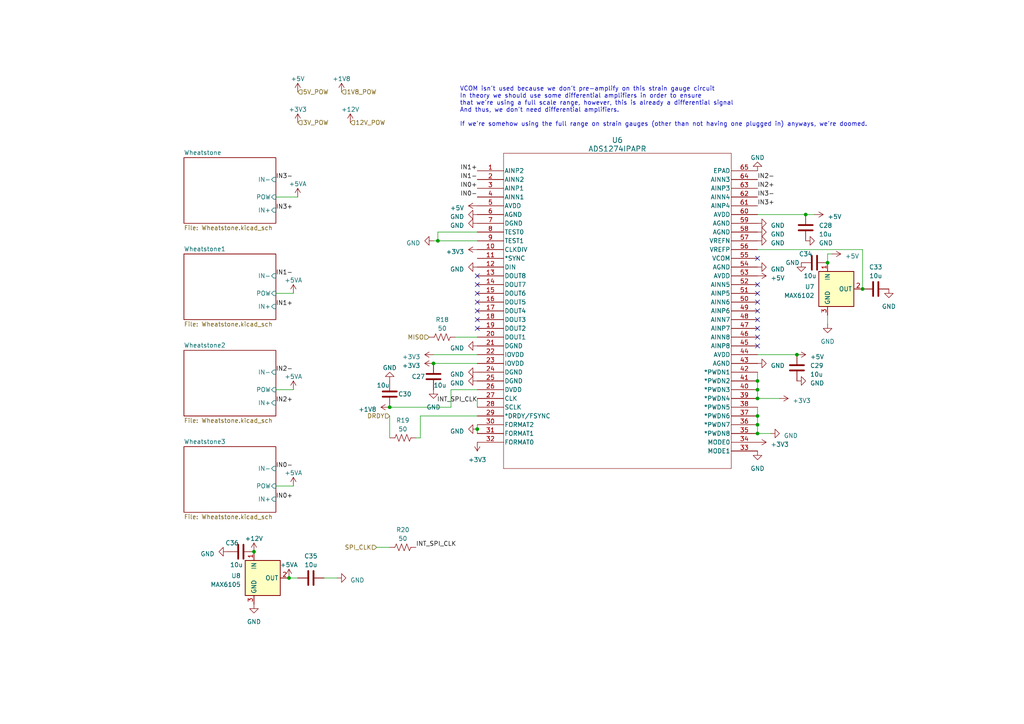
<source format=kicad_sch>
(kicad_sch (version 20230121) (generator eeschema)
  (paper "A4")
  (lib_symbols
    (symbol "ADC:ADS1274IPAPR" (pin_names (offset 0.254))
      (property "Reference" "U" (at 40.64 10.16 0))
      (property "Value" "ADS1274IPAPR" (at 40.64 7.62 0))
      (symbol "ADS1274IPAPR_0_1"
        (polyline (pts (xy 7.62 -86.36) (xy 73.66 -86.36)) (stroke (width 0.127)))
        (polyline (pts (xy 7.62 5.08) (xy 7.62 -86.36)) (stroke (width 0.127)))
        (polyline (pts (xy 73.66 -86.36) (xy 73.66 5.08)) (stroke (width 0.127)))
        (polyline (pts (xy 73.66 5.08) (xy 7.62 5.08)) (stroke (width 0.127)))
        (pin input line (at 0 0 0) (length 7.62) (name "AINP2") (number "1"))
        (pin input line (at 0 -22.86 0) (length 7.62) (name "CLKDIV") (number "10"))
        (pin input line (at 0 -25.4 0) (length 7.62) (name "*SYNC") (number "11"))
        (pin input line (at 0 -27.94 0) (length 7.62) (name "DIN") (number "12"))
        (pin output line (at 0 -30.48 0) (length 7.62) (name "DOUT8") (number "13"))
        (pin output line (at 0 -33.02 0) (length 7.62) (name "DOUT7") (number "14"))
        (pin output line (at 0 -35.56 0) (length 7.62) (name "DOUT6") (number "15"))
        (pin output line (at 0 -38.1 0) (length 7.62) (name "DOUT5") (number "16"))
        (pin output line (at 0 -40.64 0) (length 7.62) (name "DOUT4") (number "17"))
        (pin output line (at 0 -43.18 0) (length 7.62) (name "DOUT3") (number "18"))
        (pin output line (at 0 -45.72 0) (length 7.62) (name "DOUT2") (number "19"))
        (pin input line (at 0 -2.54 0) (length 7.62) (name "AINN2") (number "2"))
        (pin output line (at 0 -48.26 0) (length 7.62) (name "DOUT1") (number "20"))
        (pin power_in line (at 0 -50.8 0) (length 7.62) (name "DGND") (number "21"))
        (pin power_in line (at 0 -53.34 0) (length 7.62) (name "IOVDD") (number "22"))
        (pin power_in line (at 0 -55.88 0) (length 7.62) (name "IOVDD") (number "23"))
        (pin power_in line (at 0 -58.42 0) (length 7.62) (name "DGND") (number "24"))
        (pin power_in line (at 0 -60.96 0) (length 7.62) (name "DGND") (number "25"))
        (pin power_in line (at 0 -63.5 0) (length 7.62) (name "DVDD") (number "26"))
        (pin bidirectional line (at 0 -68.58 0) (length 7.62) (name "SCLK") (number "28"))
        (pin bidirectional line (at 0 -71.12 0) (length 7.62) (name "*DRDY/FSYNC") (number "29"))
        (pin input line (at 0 -5.08 0) (length 7.62) (name "AINP1") (number "3"))
        (pin input line (at 0 -73.66 0) (length 7.62) (name "FORMAT2") (number "30"))
        (pin input line (at 0 -76.2 0) (length 7.62) (name "FORMAT1") (number "31"))
        (pin input line (at 0 -78.74 0) (length 7.62) (name "FORMAT0") (number "32"))
        (pin input line (at 81.28 -81.28 180) (length 7.62) (name "MODE1") (number "33"))
        (pin input line (at 81.28 -78.74 180) (length 7.62) (name "MODE0") (number "34"))
        (pin input line (at 81.28 -76.2 180) (length 7.62) (name "*PWDN8") (number "35"))
        (pin input line (at 81.28 -73.66 180) (length 7.62) (name "*PWDN7") (number "36"))
        (pin input line (at 81.28 -71.12 180) (length 7.62) (name "*PWDN6") (number "37"))
        (pin input line (at 81.28 -68.58 180) (length 7.62) (name "*PWDN5") (number "38"))
        (pin input line (at 81.28 -66.04 180) (length 7.62) (name "*PWDN4") (number "39"))
        (pin input line (at 0 -7.62 0) (length 7.62) (name "AINN1") (number "4"))
        (pin input line (at 81.28 -63.5 180) (length 7.62) (name "*PWDN3") (number "40"))
        (pin input line (at 81.28 -60.96 180) (length 7.62) (name "*PWDN2") (number "41"))
        (pin input line (at 81.28 -58.42 180) (length 7.62) (name "*PWDN1") (number "42"))
        (pin power_in line (at 81.28 -55.88 180) (length 7.62) (name "AGND") (number "43"))
        (pin power_in line (at 81.28 -53.34 180) (length 7.62) (name "AVDD") (number "44"))
        (pin input line (at 81.28 -50.8 180) (length 7.62) (name "AINP8") (number "45"))
        (pin input line (at 81.28 -48.26 180) (length 7.62) (name "AINN8") (number "46"))
        (pin input line (at 81.28 -45.72 180) (length 7.62) (name "AINP7") (number "47"))
        (pin input line (at 81.28 -43.18 180) (length 7.62) (name "AINN7") (number "48"))
        (pin input line (at 81.28 -40.64 180) (length 7.62) (name "AINP6") (number "49"))
        (pin power_in line (at 0 -10.16 0) (length 7.62) (name "AVDD") (number "5"))
        (pin input line (at 81.28 -38.1 180) (length 7.62) (name "AINN6") (number "50"))
        (pin input line (at 81.28 -35.56 180) (length 7.62) (name "AINP5") (number "51"))
        (pin input line (at 81.28 -33.02 180) (length 7.62) (name "AINN5") (number "52"))
        (pin power_in line (at 81.28 -30.48 180) (length 7.62) (name "AVDD") (number "53"))
        (pin power_in line (at 81.28 -27.94 180) (length 7.62) (name "AGND") (number "54"))
        (pin output line (at 81.28 -25.4 180) (length 7.62) (name "VCOM") (number "55"))
        (pin input line (at 81.28 -22.86 180) (length 7.62) (name "VREFP") (number "56"))
        (pin input line (at 81.28 -20.32 180) (length 7.62) (name "VREFN") (number "57"))
        (pin power_in line (at 81.28 -17.78 180) (length 7.62) (name "AGND") (number "58"))
        (pin power_in line (at 81.28 -15.24 180) (length 7.62) (name "AGND") (number "59"))
        (pin power_in line (at 0 -12.7 0) (length 7.62) (name "AGND") (number "6"))
        (pin power_in line (at 81.28 -12.7 180) (length 7.62) (name "AVDD") (number "60"))
        (pin input line (at 81.28 -10.16 180) (length 7.62) (name "AINP4") (number "61"))
        (pin input line (at 81.28 -7.62 180) (length 7.62) (name "AINN4") (number "62"))
        (pin input line (at 81.28 -5.08 180) (length 7.62) (name "AINP3") (number "63"))
        (pin input line (at 81.28 -2.54 180) (length 7.62) (name "AINN3") (number "64"))
        (pin unspecified line (at 81.28 0 180) (length 7.62) (name "EPAD") (number "65"))
        (pin power_in line (at 0 -15.24 0) (length 7.62) (name "DGND") (number "7"))
        (pin input line (at 0 -17.78 0) (length 7.62) (name "TEST0") (number "8"))
        (pin input line (at 0 -20.32 0) (length 7.62) (name "TEST1") (number "9"))
      )
      (symbol "ADS1274IPAPR_1_1"
        (pin input line (at 0 -66.04 0) (length 7.62) (name "CLK") (number "27"))
      )
    )
    (symbol "Device:C" (pin_numbers hide) (pin_names (offset 0.254))
      (property "Reference" "C" (at 0.635 2.54 0))
      (property "Value" "C" (at 0.635 -2.54 0))
      (symbol "C_0_1"
        (polyline (pts (xy -2.032 -0.762) (xy 2.032 -0.762)) (stroke (width 0.508)))
        (polyline (pts (xy -2.032 0.762) (xy 2.032 0.762)) (stroke (width 0.508)))
      )
      (symbol "C_1_1"
        (pin passive line (at 0 3.81 270) (length 2.794) (name "~") (number "1"))
        (pin passive line (at 0 -3.81 90) (length 2.794) (name "~") (number "2"))
      )
    )
    (symbol "Device:R_US" (pin_numbers hide) (pin_names (offset 0))
      (property "Reference" "R" (at 2.54 0 90))
      (property "Value" "R_US" (at -2.54 0 90))
      (symbol "R_US_0_1"
        (polyline (pts (xy 0 -2.286) (xy 0 -2.54)))
        (polyline (pts (xy 0 2.286) (xy 0 2.54)))
        (polyline (pts (xy 0 -0.762) (xy 1.016 -1.143) (xy 0 -1.524) (xy -1.016 -1.905) (xy 0 -2.286)))
        (polyline (pts (xy 0 0.762) (xy 1.016 0.381) (xy 0 0) (xy -1.016 -0.381) (xy 0 -0.762)))
        (polyline (pts (xy 0 2.286) (xy 1.016 1.905) (xy 0 1.524) (xy -1.016 1.143) (xy 0 0.762)))
      )
      (symbol "R_US_1_1"
        (pin passive line (at 0 3.81 270) (length 1.27) (name "~") (number "1"))
        (pin passive line (at 0 -3.81 90) (length 1.27) (name "~") (number "2"))
      )
    )
    (symbol "Reference_Voltage:MAX6102"
      (property "Reference" "U" (at 0 6.35 0))
      (property "Value" "MAX6102" (at 2.54 -6.35 0))
      (symbol "MAX6102_0_1"
        (rectangle (start -5.08 5.08) (end 5.08 -5.08) (stroke (width 0.254)) (fill (type background)))
      )
      (symbol "MAX6102_1_1"
        (pin power_in line (at -2.54 7.62 270) (length 2.54) (name "IN") (number "1"))
        (pin power_out line (at 7.62 0 180) (length 2.54) (name "OUT") (number "2"))
        (pin power_in line (at -2.54 -7.62 90) (length 2.54) (name "GND") (number "3"))
      )
    )
    (symbol "Reference_Voltage:MAX6105"
      (property "Reference" "U" (at 0 6.35 0))
      (property "Value" "MAX6105" (at 2.54 -6.35 0))
      (symbol "MAX6105_0_1"
        (rectangle (start -5.08 5.08) (end 5.08 -5.08) (stroke (width 0.254)) (fill (type background)))
      )
      (symbol "MAX6105_1_1"
        (pin power_in line (at -2.54 7.62 270) (length 2.54) (name "IN") (number "1"))
        (pin power_out line (at 7.62 0 180) (length 2.54) (name "OUT") (number "2"))
        (pin power_in line (at -2.54 -7.62 90) (length 2.54) (name "GND") (number "3"))
      )
    )
    (symbol "power:+12V" (power) (pin_names (offset 0))
      (property "Value" "+12V" (at 0 3.556 0))
      (symbol "+12V_0_1"
        (polyline (pts (xy -0.762 1.27) (xy 0 2.54)))
        (polyline (pts (xy 0 0) (xy 0 2.54)))
        (polyline (pts (xy 0 2.54) (xy 0.762 1.27)))
      )
      (symbol "+12V_1_1"
        (pin power_in line (at 0 0 90) (length 0) hide (name "+12V") (number "1"))
      )
    )
    (symbol "power:+1V8" (power) (pin_names (offset 0))
      (property "Value" "+1V8" (at 0 3.556 0))
      (symbol "+1V8_0_1"
        (polyline (pts (xy -0.762 1.27) (xy 0 2.54)))
        (polyline (pts (xy 0 0) (xy 0 2.54)))
        (polyline (pts (xy 0 2.54) (xy 0.762 1.27)))
      )
      (symbol "+1V8_1_1"
        (pin power_in line (at 0 0 90) (length 0) hide (name "+1V8") (number "1"))
      )
    )
    (symbol "power:+3V3" (power) (pin_names (offset 0))
      (property "Value" "+3V3" (at 0 3.556 0))
      (symbol "+3V3_0_1"
        (polyline (pts (xy -0.762 1.27) (xy 0 2.54)))
        (polyline (pts (xy 0 0) (xy 0 2.54)))
        (polyline (pts (xy 0 2.54) (xy 0.762 1.27)))
      )
      (symbol "+3V3_1_1"
        (pin power_in line (at 0 0 90) (length 0) hide (name "+3V3") (number "1"))
      )
    )
    (symbol "power:+5V" (power) (pin_names (offset 0))
      (property "Value" "+5V" (at 0 3.556 0))
      (symbol "+5V_0_1"
        (polyline (pts (xy -0.762 1.27) (xy 0 2.54)))
        (polyline (pts (xy 0 0) (xy 0 2.54)))
        (polyline (pts (xy 0 2.54) (xy 0.762 1.27)))
      )
      (symbol "+5V_1_1"
        (pin power_in line (at 0 0 90) (length 0) hide (name "+5V") (number "1"))
      )
    )
    (symbol "power:+5VA" (power) (pin_names (offset 0))
      (property "Value" "+5VA" (at 0 3.556 0))
      (symbol "+5VA_0_1"
        (polyline (pts (xy -0.762 1.27) (xy 0 2.54)))
        (polyline (pts (xy 0 0) (xy 0 2.54)))
        (polyline (pts (xy 0 2.54) (xy 0.762 1.27)))
      )
      (symbol "+5VA_1_1"
        (pin power_in line (at 0 0 90) (length 0) hide (name "+5VA") (number "1"))
      )
    )
    (symbol "power:GND" (power) (pin_names (offset 0))
      (property "Value" "GND" (at 0 -3.81 0))
      (symbol "GND_0_1"
        (polyline (pts (xy 0 0) (xy 0 -1.27) (xy 1.27 -1.27) (xy 0 -2.54) (xy -1.27 -1.27) (xy 0 -1.27)))
      )
      (symbol "GND_1_1"
        (pin power_in line (at 0 0 270) (length 0) hide (name "GND") (number "1"))
      )
    )
  )
  (junction (at 138.43 124.46))
  (junction (at 219.71 110.49))
  (junction (at 113.03 118.11))
  (junction (at 250.19 83.82))
  (junction (at 219.71 123.19))
  (junction (at 125.73 105.41))
  (junction (at 219.71 113.03))
  (junction (at 127 69.85))
  (junction (at 233.68 62.23))
  (junction (at 73.66 160.02))
  (junction (at 231.14 102.87))
  (junction (at 240.03 76.2))
  (junction (at 219.71 115.57))
  (junction (at 219.71 120.65))
  (junction (at 83.82 167.64))
  (junction (at 219.71 125.73))
  (no_connect (at 219.71 87.63))
  (no_connect (at 219.71 97.79))
  (no_connect (at 138.43 95.25))
  (no_connect (at 138.43 85.09))
  (no_connect (at 219.71 95.25))
  (no_connect (at 138.43 92.71))
  (no_connect (at 219.71 92.71))
  (no_connect (at 138.43 90.17))
  (no_connect (at 219.71 100.33))
  (no_connect (at 219.71 90.17))
  (no_connect (at 219.71 85.09))
  (no_connect (at 138.43 82.55))
  (no_connect (at 138.43 87.63))
  (no_connect (at 219.71 74.93))
  (no_connect (at 219.71 82.55))
  (no_connect (at 138.43 80.01))
  (wire (pts (xy 219.71 102.87) (xy 231.14 102.87)))
  (wire (pts (xy 80.01 57.15) (xy 86.36 57.15)))
  (wire (pts (xy 240.03 73.66) (xy 240.03 76.2)))
  (wire (pts (xy 240.03 91.44) (xy 240.03 93.98)))
  (wire (pts (xy 219.71 120.65) (xy 219.71 118.11)))
  (wire (pts (xy 226.06 115.57) (xy 219.71 115.57)))
  (wire (pts (xy 219.71 113.03) (xy 219.71 115.57)))
  (wire (pts (xy 219.71 120.65) (xy 219.71 123.19)))
  (wire (pts (xy 127 67.31) (xy 138.43 67.31)))
  (wire (pts (xy 250.19 83.82) (xy 250.19 72.39)))
  (wire (pts (xy 219.71 110.49) (xy 219.71 113.03)))
  (wire (pts (xy 120.65 127) (xy 121.92 127)))
  (wire (pts (xy 233.68 62.23) (xy 236.22 62.23)))
  (wire (pts (xy 125.73 105.41) (xy 138.43 105.41)))
  (wire (pts (xy 219.71 107.95) (xy 219.71 110.49)))
  (wire (pts (xy 113.03 127) (xy 113.03 120.65)))
  (wire (pts (xy 219.71 123.19) (xy 219.71 125.73)))
  (wire (pts (xy 138.43 123.19) (xy 138.43 124.46)))
  (wire (pts (xy 93.98 167.64) (xy 97.79 167.64)))
  (wire (pts (xy 125.73 102.87) (xy 138.43 102.87)))
  (wire (pts (xy 132.08 97.79) (xy 138.43 97.79)))
  (wire (pts (xy 121.92 120.65) (xy 138.43 120.65)))
  (wire (pts (xy 219.71 72.39) (xy 250.19 72.39)))
  (wire (pts (xy 109.22 158.75) (xy 113.03 158.75)))
  (wire (pts (xy 127 69.85) (xy 138.43 69.85)))
  (wire (pts (xy 130.81 113.03) (xy 138.43 113.03)))
  (wire (pts (xy 121.92 127) (xy 121.92 120.65)))
  (wire (pts (xy 241.3 73.66) (xy 240.03 73.66)))
  (wire (pts (xy 80.01 85.09) (xy 85.09 85.09)))
  (wire (pts (xy 130.81 113.03) (xy 130.81 118.11)))
  (wire (pts (xy 125.73 69.85) (xy 127 69.85)))
  (wire (pts (xy 80.01 140.97) (xy 85.09 140.97)))
  (wire (pts (xy 80.01 113.03) (xy 85.09 113.03)))
  (wire (pts (xy 138.43 115.57) (xy 138.43 118.11)))
  (wire (pts (xy 219.71 62.23) (xy 233.68 62.23)))
  (wire (pts (xy 138.43 124.46) (xy 138.43 125.73)))
  (wire (pts (xy 86.36 167.64) (xy 83.82 167.64)))
  (wire (pts (xy 113.03 118.11) (xy 130.81 118.11)))
  (wire (pts (xy 127 69.85) (xy 127 67.31)))
  (wire (pts (xy 223.52 125.73) (xy 219.71 125.73)))
  (text "VCOM isn't used because we don't pre-amplify on this strain gauge circuit\nIn theory we should use some differential amplifiers in order to ensure\nthat we're using a full scale range, however, this is already a differential signal\nAnd thus, we don't need differential amplifiers.\n\nIf we're somehow using the full range on strain gauges (other than not having one plugged in) anyways, we're doomed." (at 133.35 36.83 0) (effects (font (size 1.27 1.27)) (justify left bottom)))
  (label "IN0-" (at 138.43 57.15 180))
  (label "IN1+" (at 80.01 88.9 0))
  (label "IN3-" (at 219.71 57.15 0))
  (label "IN0-" (at 80.01 135.89 0))
  (label "IN3+" (at 80.01 60.96 0))
  (label "IN2+" (at 219.71 54.61 0))
  (label "IN3-" (at 80.01 52.07 0))
  (label "IN1-" (at 138.43 52.07 180))
  (label "IN1+" (at 138.43 49.53 180))
  (label "IN0+" (at 138.43 54.61 180))
  (label "IN2-" (at 219.71 52.07 0))
  (label "INT_SPI_CLK" (at 120.65 158.75 0))
  (label "IN0+" (at 80.01 144.78 0))
  (label "IN2+" (at 80.01 116.84 0))
  (label "IN3+" (at 219.71 59.69 0))
  (label "INT_SPI_CLK" (at 138.43 116.84 180))
  (label "IN2-" (at 80.01 107.95 0))
  (label "IN1-" (at 80.01 80.01 0))
  (hierarchical_label "1V8_POW" (shape input) (at 99.06 26.67 0))
  (hierarchical_label "12V_POW" (shape input) (at 101.6 35.56 0))
  (hierarchical_label "SPI_CLK" (shape input) (at 109.22 158.75 180))
  (hierarchical_label "MISO" (shape input) (at 124.46 97.79 180))
  (hierarchical_label "DRDY" (shape input) (at 113.03 120.65 180))
  (hierarchical_label "5V_POW" (shape input) (at 86.36 26.67 0))
  (hierarchical_label "3V_POW" (shape input) (at 86.36 35.56 0))
  (symbol (lib_id "Device:C") (at 69.85 160.02 90) (unit 1)
    (property "Reference" "C36" (at 67.31 157.48 90))
    (property "Value" "10u" (at 68.58 163.83 90))
    (property "Footprint" "Capacitor_SMD:C_0402_1005Metric" (effects hide))
    (property "Purchase Link" "https://www.digikey.com/en/products/detail/murata-electronics/GRT188C81A106ME13D/5416705" (effects hide))
  )
  (symbol (lib_id "Reference_Voltage:MAX6102") (at 242.57 83.82 0) (unit 1)
    (property "Reference" "U7" (at 236.22 83.185 0) (effects (justify right)))
    (property "Value" "MAX6102" (at 236.22 85.725 0) (effects (justify right)))
    (property "Footprint" "Package_TO_SOT_SMD:SOT-23" (effects hide))
    (property "Datasheet" "http://datasheets.maximintegrated.com/en/ds/MAX6100-MAX6107.pdf" (effects hide))
    (property "Purchase Link" "https://www.digikey.com/en/products/detail/rochester-electronics-llc/MAX6102EUR/12132389" (effects hide))
  )
  (symbol (lib_id "Device:R_US") (at 116.84 127 90) (unit 1)
    (property "Reference" "R19" (at 116.84 121.92 90))
    (property "Value" "50" (at 116.84 124.46 90))
    (property "Footprint" "Resistor_SMD:R_0402_1005Metric" (effects hide))
    (property "Purchase Link" "https://www.digikey.com/en/products/detail/yageo/AC0402JR-0750RL/5895686" (effects hide))
  )
  (symbol (lib_id "power:+12V") (at 101.6 35.56 0) (unit 1)
    (property "Reference" "#PWR0102" (effects hide))
    (property "Value" "+12V" (at 101.6 31.75 0))
  )
  (symbol (lib_id "power:GND") (at 219.71 69.85 90) (unit 1)
    (property "Reference" "#PWR072" (effects hide))
    (property "Value" "GND" (at 223.52 70.485 90) (effects (justify right)))
  )
  (symbol (lib_id "power:GND") (at 138.43 100.33 270) (unit 1)
    (property "Reference" "#PWR058" (effects hide))
    (property "Value" "GND" (at 134.62 100.965 90) (effects (justify right)))
  )
  (symbol (lib_id "Device:C") (at 236.22 76.2 90) (unit 1)
    (property "Reference" "C34" (at 233.68 73.66 90))
    (property "Value" "10u" (at 234.95 80.01 90))
    (property "Footprint" "Capacitor_SMD:C_0402_1005Metric" (effects hide))
    (property "Purchase Link" "https://www.digikey.com/en/products/detail/murata-electronics/GRT188C81A106ME13D/5416705" (effects hide))
  )
  (symbol (lib_id "power:+3V3") (at 125.73 102.87 90) (unit 1)
    (property "Reference" "#PWR063" (effects hide))
    (property "Value" "+3V3" (at 121.92 103.505 90) (effects (justify left)))
  )
  (symbol (lib_id "power:GND") (at 219.71 67.31 90) (unit 1)
    (property "Reference" "#PWR055" (effects hide))
    (property "Value" "GND" (at 223.52 67.945 90) (effects (justify right)))
  )
  (symbol (lib_id "power:GND") (at 138.43 62.23 270) (unit 1)
    (property "Reference" "#PWR076" (effects hide))
    (property "Value" "GND" (at 134.62 62.865 90) (effects (justify right)))
  )
  (symbol (lib_id "power:GND") (at 233.68 69.85 90) (unit 1)
    (property "Reference" "#PWR069" (effects hide))
    (property "Value" "GND" (at 237.49 70.485 90) (effects (justify right)))
  )
  (symbol (lib_id "power:+3V3") (at 226.06 115.57 270) (unit 1)
    (property "Reference" "#PWR082" (effects hide))
    (property "Value" "+3V3" (at 229.87 116.205 90) (effects (justify left)))
  )
  (symbol (lib_id "power:GND") (at 138.43 64.77 270) (unit 1)
    (property "Reference" "#PWR059" (effects hide))
    (property "Value" "GND" (at 134.62 65.405 90) (effects (justify right)))
  )
  (symbol (lib_id "power:GND") (at 66.04 160.02 270) (unit 1)
    (property "Reference" "#PWR0101" (effects hide))
    (property "Value" "GND" (at 62.23 160.655 90) (effects (justify right)))
  )
  (symbol (lib_id "Device:C") (at 254 83.82 90) (unit 1)
    (property "Reference" "C33" (at 254 77.47 90))
    (property "Value" "10u" (at 254 80.01 90))
    (property "Footprint" "Capacitor_SMD:C_0402_1005Metric" (effects hide))
    (property "Purchase Link" "https://www.digikey.com/en/products/detail/murata-electronics/GRT188C81A106ME13D/5416705" (effects hide))
  )
  (symbol (lib_id "power:+3V3") (at 138.43 72.39 90) (unit 1)
    (property "Reference" "#PWR097" (effects hide))
    (property "Value" "+3V3" (at 134.62 73.025 90) (effects (justify left)))
  )
  (symbol (lib_id "power:+5V") (at 236.22 62.23 270) (unit 1)
    (property "Reference" "#PWR0122" (effects hide))
    (property "Value" "+5V" (at 240.03 62.865 90) (effects (justify left)))
    (instances (project "Strain_Gauge" (path "" (reference "#PWR0122") (unit 1))) (project "Strain_Gauge_V2" (path "" (reference "#PWR049") (unit 1)) (path "" (reference "#PWR026") (unit 1)) (path "" (reference "#PWR068") (unit 1))))
  )
  (symbol (lib_id "power:GND") (at 125.73 113.03 0) (unit 1)
    (property "Reference" "#PWR081" (effects hide))
    (property "Value" "GND" (at 125.73 118.11 0))
  )
  (symbol (lib_id "Device:C") (at 233.68 66.04 0) (unit 1)
    (property "Reference" "C28" (at 237.49 65.405 0) (effects (justify left)))
    (property "Value" "10u" (at 237.49 67.945 0) (effects (justify left)))
    (property "Footprint" "Capacitor_SMD:C_0402_1005Metric" (effects hide))
    (property "Purchase Link" "https://www.digikey.com/en/products/detail/murata-electronics/GRT188C81A106ME13D/5416705" (effects hide))
  )
  (symbol (lib_id "Device:C") (at 125.73 109.22 0) (unit 1)
    (property "Reference" "C27" (at 119.38 109.22 0) (effects (justify left)))
    (property "Value" "10u" (at 125.73 111.76 0) (effects (justify left)))
    (property "Footprint" "Capacitor_SMD:C_0402_1005Metric" (effects hide))
    (property "Purchase Link" "https://www.digikey.com/en/products/detail/murata-electronics/GRT188C81A106ME13D/5416705" (effects hide))
  )
  (symbol (lib_id "power:GND") (at 125.73 69.85 270) (unit 1)
    (property "Reference" "#PWR090" (effects hide))
    (property "Value" "GND" (at 121.92 70.485 90) (effects (justify right)))
  )
  (symbol (lib_id "power:GND") (at 138.43 124.46 270) (unit 1)
    (property "Reference" "#PWR093" (effects hide))
    (property "Value" "GND" (at 134.62 125.095 90) (effects (justify right)))
  )
  (symbol (lib_id "power:+3V3") (at 125.73 105.41 90) (unit 1)
    (property "Reference" "#PWR064" (effects hide))
    (property "Value" "+3V3" (at 121.92 106.045 90) (effects (justify left)))
  )
  (symbol (lib_id "power:+5V") (at 86.36 26.67 0) (unit 1)
    (property "Reference" "#PWR0122" (effects hide))
    (property "Value" "+5V" (at 86.36 22.86 0))
    (instances (project "Strain_Gauge" (path "" (reference "#PWR0122") (unit 1))) (project "Strain_Gauge_V2" (path "" (reference "#PWR049") (unit 1)) (path "" (reference "#PWR026") (unit 1)) (path "" (reference "#PWR049") (unit 1))))
  )
  (symbol (lib_id "power:GND") (at 73.66 175.26 0) (unit 1)
    (property "Reference" "#PWR098" (effects hide))
    (property "Value" "GND" (at 73.66 180.34 0))
  )
  (symbol (lib_id "power:+5VA") (at 85.09 113.03 0) (unit 1)
    (property "Reference" "#PWR044" (effects hide))
    (property "Value" "+5VA" (at 85.09 109.22 0))
  )
  (symbol (lib_id "power:+12V") (at 73.66 160.02 0) (unit 1)
    (property "Reference" "#PWR0100" (effects hide))
    (property "Value" "+12V" (at 73.66 156.21 0))
  )
  (symbol (lib_id "power:+5VA") (at 85.09 85.09 0) (unit 1)
    (property "Reference" "#PWR046" (effects hide))
    (property "Value" "+5VA" (at 85.09 81.28 0))
  )
  (symbol (lib_id "power:+3V3") (at 86.36 35.56 0) (unit 1)
    (property "Reference" "#PWR062" (effects hide))
    (property "Value" "+3V3" (at 86.36 31.75 0))
  )
  (symbol (lib_id "power:GND") (at 257.81 83.82 0) (unit 1)
    (property "Reference" "#PWR092" (effects hide))
    (property "Value" "GND" (at 257.81 88.9 0))
  )
  (symbol (lib_id "power:GND") (at 219.71 49.53 180) (unit 1)
    (property "Reference" "#PWR052" (effects hide))
    (property "Value" "GND" (at 219.71 45.72 0))
  )
  (symbol (lib_id "Reference_Voltage:MAX6105") (at 76.2 167.64 0) (unit 1)
    (property "Reference" "U8" (at 69.85 167.005 0) (effects (justify right)))
    (property "Value" "MAX6105" (at 69.85 169.545 0) (effects (justify right)))
    (property "Footprint" "Package_TO_SOT_SMD:SOT-23" (effects hide))
    (property "Datasheet" "http://datasheets.maximintegrated.com/en/ds/MAX6100-MAX6107.pdf" (effects hide))
  )
  (symbol (lib_id "power:GND") (at 232.41 76.2 0) (unit 1)
    (property "Reference" "#PWR091" (effects hide))
    (property "Value" "GND" (at 229.87 76.2 0))
  )
  (symbol (lib_id "power:GND") (at 138.43 110.49 270) (unit 1)
    (property "Reference" "#PWR066" (effects hide))
    (property "Value" "GND" (at 134.62 111.125 90) (effects (justify right)))
  )
  (symbol (lib_id "power:GND") (at 113.03 110.49 180) (unit 1)
    (property "Reference" "#PWR078" (effects hide))
    (property "Value" "GND" (at 113.03 106.68 0))
  )
  (symbol (lib_id "power:GND") (at 138.43 107.95 270) (unit 1)
    (property "Reference" "#PWR065" (effects hide))
    (property "Value" "GND" (at 134.62 108.585 90) (effects (justify right)))
  )
  (symbol (lib_id "power:+3V3") (at 219.71 128.27 270) (unit 1)
    (property "Reference" "#PWR096" (effects hide))
    (property "Value" "+3V3" (at 223.52 128.905 90) (effects (justify left)))
  )
  (symbol (lib_id "power:GND") (at 231.14 110.49 90) (unit 1)
    (property "Reference" "#PWR071" (effects hide))
    (property "Value" "GND" (at 234.95 111.125 90) (effects (justify right)))
  )
  (symbol (lib_id "Device:R_US") (at 116.84 158.75 90) (unit 1)
    (property "Reference" "R20" (at 116.84 153.67 90))
    (property "Value" "50" (at 116.84 156.21 90))
    (property "Footprint" "Resistor_SMD:R_0402_1005Metric" (effects hide))
    (property "Purchase Link" "https://www.digikey.com/en/products/detail/yageo/AC0402JR-0750RL/5895686" (effects hide))
  )
  (symbol (lib_id "power:+5V") (at 241.3 73.66 270) (unit 1)
    (property "Reference" "#PWR0122" (effects hide))
    (property "Value" "+5V" (at 245.11 74.295 90) (effects (justify left)))
    (instances (project "Strain_Gauge" (path "" (reference "#PWR0122") (unit 1))) (project "Strain_Gauge_V2" (path "" (reference "#PWR049") (unit 1)) (path "" (reference "#PWR026") (unit 1)) (path "" (reference "#PWR074") (unit 1))))
  )
  (symbol (lib_id "power:GND") (at 97.79 167.64 90) (unit 1)
    (property "Reference" "#PWR099" (effects hide))
    (property "Value" "GND" (at 101.6 168.275 90) (effects (justify right)))
  )
  (symbol (lib_id "Device:R_US") (at 128.27 97.79 90) (unit 1)
    (property "Reference" "R18" (at 128.27 92.71 90))
    (property "Value" "50" (at 128.27 95.25 90))
    (property "Footprint" "Resistor_SMD:R_0402_1005Metric" (effects hide))
    (property "Purchase Link" "https://www.digikey.com/en/products/detail/yageo/AC0402JR-0750RL/5895686" (effects hide))
  )
  (symbol (lib_id "ADC:ADS1274IPAPR") (at 138.43 49.53 0) (unit 1)
    (property "Reference" "U6" (at 179.07 40.64 0) (effects (font (size 1.524 1.524))))
    (property "Value" "ADS1274IPAPR" (at 179.07 43.18 0) (effects (font (size 1.524 1.524))))
    (property "Footprint" "PowerPad:PowerPad" (effects hide))
    (property "Datasheet" "ADS1274IPAPR" (effects hide))
    (property "Purchase Link" "https://www.digikey.com/en/products/detail/texas-instruments/ADS1274IPAPR/1895597" (effects hide))
  )
  (symbol (lib_id "power:+5VA") (at 86.36 57.15 0) (unit 1)
    (property "Reference" "#PWR045" (effects hide))
    (property "Value" "+5VA" (at 86.36 53.34 0))
  )
  (symbol (lib_id "power:+5VA") (at 83.82 167.64 0) (unit 1)
    (property "Reference" "#PWR056" (effects hide))
    (property "Value" "+5VA" (at 83.82 163.83 0))
  )
  (symbol (lib_id "power:GND") (at 219.71 130.81 0) (unit 1)
    (property "Reference" "#PWR095" (effects hide))
    (property "Value" "GND" (at 219.71 135.89 0))
  )
  (symbol (lib_id "power:+1V8") (at 113.03 118.11 90) (unit 1)
    (property "Reference" "#PWR075" (effects hide))
    (property "Value" "+1V8" (at 109.22 118.745 90) (effects (justify left)))
  )
  (symbol (lib_id "power:GND") (at 223.52 125.73 90) (unit 1)
    (property "Reference" "#PWR080" (effects hide))
    (property "Value" "GND" (at 227.33 126.365 90) (effects (justify right)))
  )
  (symbol (lib_id "power:+5V") (at 231.14 102.87 270) (unit 1)
    (property "Reference" "#PWR0122" (effects hide))
    (property "Value" "+5V" (at 234.95 103.505 90) (effects (justify left)))
    (instances (project "Strain_Gauge" (path "" (reference "#PWR0122") (unit 1))) (project "Strain_Gauge_V2" (path "" (reference "#PWR049") (unit 1)) (path "" (reference "#PWR026") (unit 1)) (path "" (reference "#PWR070") (unit 1))))
  )
  (symbol (lib_id "power:GND") (at 219.71 64.77 90) (unit 1)
    (property "Reference" "#PWR054" (effects hide))
    (property "Value" "GND" (at 223.52 65.405 90) (effects (justify right)))
  )
  (symbol (lib_id "power:+5V") (at 138.43 59.69 90) (unit 1)
    (property "Reference" "#PWR0122" (effects hide))
    (property "Value" "+5V" (at 134.62 60.325 90) (effects (justify left)))
    (instances (project "Strain_Gauge" (path "" (reference "#PWR0122") (unit 1))) (project "Strain_Gauge_V2" (path "" (reference "#PWR049") (unit 1)) (path "" (reference "#PWR026") (unit 1)) (path "" (reference "#PWR077") (unit 1))))
  )
  (symbol (lib_id "power:+5VA") (at 85.09 140.97 0) (unit 1)
    (property "Reference" "#PWR043" (effects hide))
    (property "Value" "+5VA" (at 85.09 137.16 0))
  )
  (symbol (lib_id "power:GND") (at 219.71 105.41 90) (unit 1)
    (property "Reference" "#PWR053" (effects hide))
    (property "Value" "GND" (at 223.52 106.045 90) (effects (justify right)))
  )
  (symbol (lib_id "power:GND") (at 240.03 93.98 0) (unit 1)
    (property "Reference" "#PWR073" (effects hide))
    (property "Value" "GND" (at 240.03 99.06 0))
  )
  (symbol (lib_id "power:GND") (at 219.71 77.47 90) (unit 1)
    (property "Reference" "#PWR057" (effects hide))
    (property "Value" "GND" (at 223.52 78.105 90) (effects (justify right)))
  )
  (symbol (lib_id "power:+3V3") (at 138.43 128.27 180) (unit 1)
    (property "Reference" "#PWR094" (effects hide))
    (property "Value" "+3V3" (at 138.43 133.35 0))
  )
  (symbol (lib_id "power:+1V8") (at 99.06 26.67 0) (unit 1)
    (property "Reference" "#PWR083" (effects hide))
    (property "Value" "+1V8" (at 99.06 22.86 0))
  )
  (symbol (lib_id "power:+5V") (at 219.71 80.01 270) (unit 1)
    (property "Reference" "#PWR0122" (effects hide))
    (property "Value" "+5V" (at 223.52 80.645 90) (effects (justify left)))
    (instances (project "Strain_Gauge" (path "" (reference "#PWR0122") (unit 1))) (project "Strain_Gauge_V2" (path "" (reference "#PWR049") (unit 1)) (path "" (reference "#PWR026") (unit 1)) (path "" (reference "#PWR079") (unit 1))))
  )
  (symbol (lib_id "power:GND") (at 138.43 77.47 270) (unit 1)
    (property "Reference" "#PWR060" (effects hide))
    (property "Value" "GND" (at 134.62 78.105 90) (effects (justify right)))
  )
  (symbol (lib_id "Device:C") (at 90.17 167.64 90) (unit 1)
    (property "Reference" "C35" (at 90.17 161.29 90))
    (property "Value" "10u" (at 90.17 163.83 90))
    (property "Footprint" "Capacitor_SMD:C_0402_1005Metric" (effects hide))
    (property "Purchase Link" "https://www.digikey.com/en/products/detail/murata-electronics/GRT188C81A106ME13D/5416705" (effects hide))
  )
  (symbol (lib_id "Device:C") (at 231.14 106.68 0) (unit 1)
    (property "Reference" "C29" (at 234.95 106.045 0) (effects (justify left)))
    (property "Value" "10u" (at 234.95 108.585 0) (effects (justify left)))
    (property "Footprint" "Capacitor_SMD:C_0402_1005Metric" (effects hide))
    (property "Purchase Link" "https://www.digikey.com/en/products/detail/murata-electronics/GRT188C81A106ME13D/5416705" (effects hide))
  )
  (symbol (lib_id "Device:C") (at 113.03 114.3 180) (unit 1)
    (property "Reference" "C30" (at 119.38 114.3 0) (effects (justify left)))
    (property "Value" "10u" (at 113.03 111.76 0) (effects (justify left)))
    (property "Footprint" "Capacitor_SMD:C_0402_1005Metric" (effects hide))
    (property "Purchase Link" "https://www.digikey.com/en/products/detail/murata-electronics/GRT188C81A106ME13D/5416705" (effects hide))
  )
  (sheet (at 53.34 101.6) (size 26.67 19.05) (stroke (width 0.1524))
    (property "Sheetname" "Wheatstone2" (at 53.34 100.8884 0) (effects (justify left bottom)))
    (property "Sheetfile" "Wheatstone.kicad_sch" (at 53.34 121.2346 0) (effects (justify left top)))
    (pin "IN+" input (at 80.01 116.84 0))
    (pin "POW" input (at 80.01 113.03 0))
    (pin "IN-" input (at 80.01 107.95 0))
  )
  (sheet (at 53.34 45.72) (size 26.67 19.05) (stroke (width 0.1524))
    (property "Sheetname" "Wheatstone" (at 53.34 45.0084 0) (effects (justify left bottom)))
    (property "Sheetfile" "Wheatstone.kicad_sch" (at 53.34 65.3546 0) (effects (justify left top)))
    (pin "IN+" input (at 80.01 60.96 0))
    (pin "POW" input (at 80.01 57.15 0))
    (pin "IN-" input (at 80.01 52.07 0))
  )
  (sheet (at 53.34 129.54) (size 26.67 19.05) (stroke (width 0.1524))
    (property "Sheetname" "Wheatstone3" (at 53.34 128.8284 0) (effects (justify left bottom)))
    (property "Sheetfile" "Wheatstone.kicad_sch" (at 53.34 149.1746 0) (effects (justify left top)))
    (pin "IN+" input (at 80.01 144.78 0))
    (pin "POW" input (at 80.01 140.97 0))
    (pin "IN-" input (at 80.01 135.89 0))
  )
  (sheet (at 53.34 73.66) (size 26.67 19.05) (stroke (width 0.1524))
    (property "Sheetname" "Wheatstone1" (at 53.34 72.9484 0) (effects (justify left bottom)))
    (property "Sheetfile" "Wheatstone.kicad_sch" (at 53.34 93.2946 0) (effects (justify left top)))
    (pin "IN+" input (at 80.01 88.9 0))
    (pin "POW" input (at 80.01 85.09 0))
    (pin "IN-" input (at 80.01 80.01 0))
  )
)
</source>
